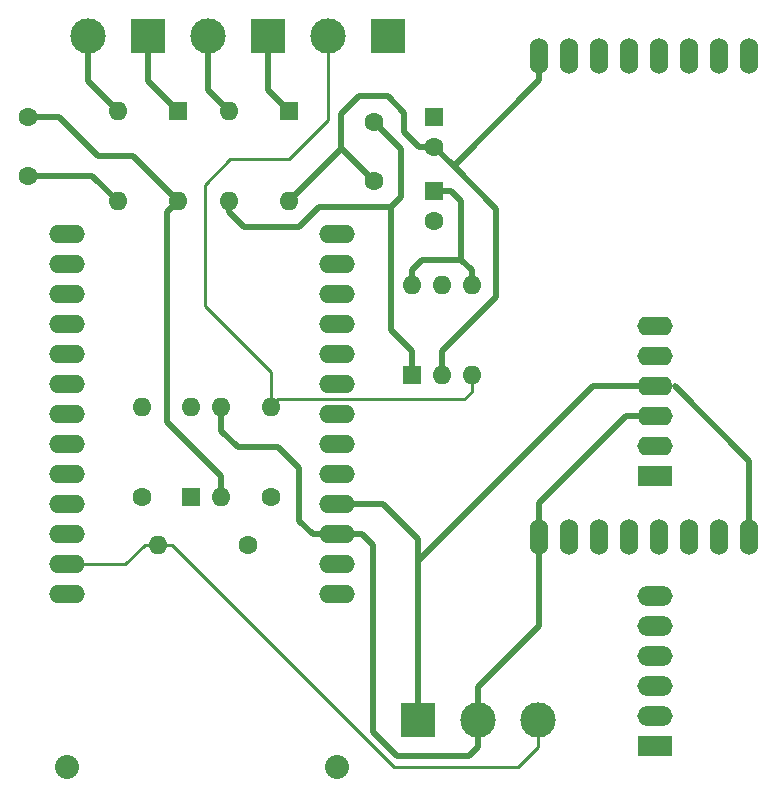
<source format=gtl>
G04 #@! TF.GenerationSoftware,KiCad,Pcbnew,5.1.10-88a1d61d58~90~ubuntu20.04.1*
G04 #@! TF.CreationDate,2021-07-14T18:43:21+02:00*
G04 #@! TF.ProjectId,master-wt32-eth01,6d617374-6572-42d7-9774-33322d657468,rev?*
G04 #@! TF.SameCoordinates,PX3a22d00PY8062360*
G04 #@! TF.FileFunction,Copper,L1,Top*
G04 #@! TF.FilePolarity,Positive*
%FSLAX46Y46*%
G04 Gerber Fmt 4.6, Leading zero omitted, Abs format (unit mm)*
G04 Created by KiCad (PCBNEW 5.1.10-88a1d61d58~90~ubuntu20.04.1) date 2021-07-14 18:43:21*
%MOMM*%
%LPD*%
G01*
G04 APERTURE LIST*
G04 #@! TA.AperFunction,ComponentPad*
%ADD10O,1.524000X3.048000*%
G04 #@! TD*
G04 #@! TA.AperFunction,ComponentPad*
%ADD11O,3.048000X1.524000*%
G04 #@! TD*
G04 #@! TA.AperFunction,ComponentPad*
%ADD12C,2.032000*%
G04 #@! TD*
G04 #@! TA.AperFunction,ComponentPad*
%ADD13R,1.600000X1.600000*%
G04 #@! TD*
G04 #@! TA.AperFunction,ComponentPad*
%ADD14O,1.600000X1.600000*%
G04 #@! TD*
G04 #@! TA.AperFunction,ComponentPad*
%ADD15C,1.600000*%
G04 #@! TD*
G04 #@! TA.AperFunction,ComponentPad*
%ADD16C,3.000000*%
G04 #@! TD*
G04 #@! TA.AperFunction,ComponentPad*
%ADD17R,3.000000X3.000000*%
G04 #@! TD*
G04 #@! TA.AperFunction,ComponentPad*
%ADD18O,3.000000X1.700000*%
G04 #@! TD*
G04 #@! TA.AperFunction,ComponentPad*
%ADD19R,3.000000X1.700000*%
G04 #@! TD*
G04 #@! TA.AperFunction,ComponentPad*
%ADD20O,3.000000X1.600000*%
G04 #@! TD*
G04 #@! TA.AperFunction,Conductor*
%ADD21C,0.500000*%
G04 #@! TD*
G04 #@! TA.AperFunction,Conductor*
%ADD22C,0.250000*%
G04 #@! TD*
G04 APERTURE END LIST*
D10*
X115062000Y-104267000D03*
X117602000Y-104267000D03*
X120142000Y-104267000D03*
X122682000Y-104267000D03*
X125222000Y-104267000D03*
X127762000Y-104267000D03*
X115062000Y-63500000D03*
X117602000Y-63500000D03*
X120142000Y-63500000D03*
X122682000Y-63500000D03*
X125222000Y-63500000D03*
X127762000Y-63500000D03*
X130302000Y-104267000D03*
X112522000Y-104267000D03*
X112522000Y-63500000D03*
X130302000Y-63500000D03*
D11*
X72517000Y-109093000D03*
X72517000Y-78613000D03*
X72517000Y-81153000D03*
X72517000Y-83693000D03*
X72517000Y-86233000D03*
X72517000Y-88773000D03*
X72517000Y-91313000D03*
X72517000Y-93853000D03*
X72517000Y-96393000D03*
X72517000Y-98933000D03*
X72517000Y-101473000D03*
X72517000Y-104013000D03*
X72517000Y-106553000D03*
X95377000Y-109093000D03*
X95377000Y-106553000D03*
X95377000Y-104013000D03*
X95377000Y-101473000D03*
X95377000Y-98933000D03*
X95377000Y-96393000D03*
X95377000Y-93853000D03*
X95377000Y-91313000D03*
X95377000Y-88773000D03*
X95377000Y-86233000D03*
X95377000Y-83693000D03*
X95377000Y-81153000D03*
X95377000Y-78613000D03*
D12*
X95377000Y-123698000D03*
X72517000Y-123698000D03*
D13*
X91313000Y-68199000D03*
D14*
X86233000Y-75819000D03*
X86233000Y-68199000D03*
X91313000Y-75819000D03*
D13*
X81915000Y-68199000D03*
D14*
X76835000Y-75819000D03*
X76835000Y-68199000D03*
X81915000Y-75819000D03*
D15*
X98552000Y-74088000D03*
X98552000Y-69088000D03*
X69215000Y-68660000D03*
X69215000Y-73660000D03*
X103632000Y-71207000D03*
D13*
X103632000Y-68707000D03*
D15*
X103632000Y-77430000D03*
D13*
X103632000Y-74930000D03*
D14*
X78867000Y-93218000D03*
D15*
X78867000Y-100838000D03*
D14*
X83058000Y-93218000D03*
X85598000Y-100838000D03*
X85598000Y-93218000D03*
D13*
X83058000Y-100838000D03*
D14*
X89789000Y-93218000D03*
D15*
X89789000Y-100838000D03*
D14*
X101727000Y-82931000D03*
X106807000Y-90551000D03*
X104267000Y-82931000D03*
X104267000Y-90551000D03*
X106807000Y-82931000D03*
D13*
X101727000Y-90551000D03*
D16*
X94615000Y-61849000D03*
D17*
X99695000Y-61849000D03*
D14*
X80264000Y-104902000D03*
D15*
X87884000Y-104902000D03*
D16*
X112395000Y-119761000D03*
X107315000Y-119761000D03*
D17*
X102235000Y-119761000D03*
D16*
X84455000Y-61849000D03*
D17*
X89535000Y-61849000D03*
D16*
X74295000Y-61849000D03*
D17*
X79375000Y-61849000D03*
D18*
X122301000Y-109220000D03*
X122301000Y-111760000D03*
X122301000Y-114300000D03*
X122301000Y-116840000D03*
X122301000Y-119380000D03*
D19*
X122301000Y-121920000D03*
D20*
X122301000Y-86360000D03*
X122301000Y-88900000D03*
X122301000Y-91440000D03*
X122301000Y-93980000D03*
X122301000Y-96520000D03*
D19*
X122301000Y-99060000D03*
D21*
X106807000Y-81661000D02*
X106807000Y-82931000D01*
X105918000Y-80772000D02*
X106807000Y-81661000D01*
X102616000Y-80772000D02*
X105918000Y-80772000D01*
X101727000Y-81661000D02*
X102616000Y-80772000D01*
X101727000Y-82931000D02*
X101727000Y-81661000D01*
X105918000Y-75819000D02*
X105918000Y-80772000D01*
X105029000Y-74930000D02*
X105918000Y-75819000D01*
X103632000Y-74930000D02*
X105029000Y-74930000D01*
X74676000Y-73660000D02*
X76835000Y-75819000D01*
X69215000Y-73660000D02*
X74676000Y-73660000D01*
X85598000Y-99060000D02*
X81026000Y-94488000D01*
X85598000Y-100838000D02*
X85598000Y-99060000D01*
X69215000Y-68660000D02*
X71835000Y-68660000D01*
X71835000Y-68660000D02*
X75184000Y-72009000D01*
X78105000Y-72009000D02*
X81915000Y-75819000D01*
X75184000Y-72009000D02*
X78105000Y-72009000D01*
X81026000Y-76708000D02*
X81915000Y-75819000D01*
X81026000Y-94488000D02*
X81026000Y-76708000D01*
X123970300Y-91440000D02*
X130302000Y-97771700D01*
X130302000Y-97771700D02*
X130302000Y-104267000D01*
X102235000Y-119761000D02*
X102235000Y-106256700D01*
X99314000Y-101473000D02*
X95377000Y-101473000D01*
X102235000Y-104394000D02*
X99314000Y-101473000D01*
X102235000Y-106256700D02*
X102235000Y-104394000D01*
X117051700Y-91440000D02*
X116628350Y-91863350D01*
X122301000Y-91440000D02*
X117051700Y-91440000D01*
X102235000Y-106256700D02*
X116628350Y-91863350D01*
X85598000Y-93218000D02*
X85598000Y-95250000D01*
X85598000Y-95250000D02*
X86995000Y-96647000D01*
X86995000Y-96647000D02*
X90424000Y-96647000D01*
X90424000Y-96647000D02*
X92202000Y-98425000D01*
X93353000Y-104013000D02*
X95377000Y-104013000D01*
X92202000Y-102862000D02*
X93353000Y-104013000D01*
X92202000Y-98425000D02*
X92202000Y-102862000D01*
X107315000Y-116967000D02*
X107315000Y-119761000D01*
X112522000Y-111760000D02*
X107315000Y-116967000D01*
X112522000Y-104267000D02*
X112522000Y-111760000D01*
X97536000Y-104013000D02*
X95377000Y-104013000D01*
X98425000Y-104902000D02*
X97536000Y-104013000D01*
X98425000Y-120777000D02*
X98425000Y-104902000D01*
X100457000Y-122809000D02*
X98425000Y-120777000D01*
X106553000Y-122809000D02*
X100457000Y-122809000D01*
X107315000Y-122047000D02*
X106553000Y-122809000D01*
X107315000Y-119761000D02*
X107315000Y-122047000D01*
X112522000Y-101327700D02*
X112522000Y-104267000D01*
X119869700Y-93980000D02*
X112522000Y-101327700D01*
X122301000Y-93980000D02*
X119869700Y-93980000D01*
D22*
X79676400Y-104902000D02*
X80264000Y-104902000D01*
X79676400Y-104902000D02*
X79088700Y-104902000D01*
X79088700Y-104902000D02*
X77437700Y-106553000D01*
X77437700Y-106553000D02*
X72517000Y-106553000D01*
X112395000Y-122047000D02*
X112395000Y-119761000D01*
X110744000Y-123698000D02*
X112395000Y-122047000D01*
X81439300Y-104902000D02*
X100235300Y-123698000D01*
X100235300Y-123698000D02*
X110744000Y-123698000D01*
X80264000Y-104902000D02*
X81439300Y-104902000D01*
X90424000Y-92583000D02*
X89789000Y-93218000D01*
X106172000Y-92583000D02*
X90424000Y-92583000D01*
X106807000Y-91948000D02*
X106172000Y-92583000D01*
X106807000Y-90551000D02*
X106807000Y-91948000D01*
X89789000Y-90297000D02*
X89789000Y-92583000D01*
X84201000Y-84709000D02*
X89789000Y-90297000D01*
X89789000Y-92583000D02*
X89789000Y-93218000D01*
X84201000Y-74422000D02*
X84201000Y-84709000D01*
X86360000Y-72263000D02*
X84201000Y-74422000D01*
X91313000Y-72263000D02*
X86360000Y-72263000D01*
X94615000Y-68961000D02*
X91313000Y-72263000D01*
X94615000Y-61849000D02*
X94615000Y-68961000D01*
D21*
X105260700Y-72835600D02*
X103632000Y-71207000D01*
X112522000Y-65574300D02*
X105260700Y-72835600D01*
X112522000Y-63500000D02*
X112522000Y-65574300D01*
X108839000Y-76413900D02*
X105260700Y-72835600D01*
X104267000Y-88519000D02*
X108839000Y-83947000D01*
X108839000Y-83947000D02*
X108839000Y-76413900D01*
X104267000Y-90551000D02*
X104267000Y-88519000D01*
X95758000Y-71374000D02*
X91313000Y-75819000D01*
X95758000Y-68453000D02*
X95758000Y-71374000D01*
X97282000Y-66929000D02*
X95758000Y-68453000D01*
X99695000Y-66929000D02*
X97282000Y-66929000D01*
X101092000Y-68326000D02*
X99695000Y-66929000D01*
X101092000Y-69977000D02*
X101092000Y-68326000D01*
X102322000Y-71207000D02*
X101092000Y-69977000D01*
X103632000Y-71207000D02*
X102322000Y-71207000D01*
X95838000Y-71374000D02*
X95758000Y-71374000D01*
X98552000Y-74088000D02*
X95838000Y-71374000D01*
X100838000Y-71374000D02*
X98552000Y-69088000D01*
X100838000Y-75399500D02*
X100838000Y-71374000D01*
X99920500Y-76317000D02*
X100838000Y-75399500D01*
X99920500Y-86712500D02*
X99920500Y-76317000D01*
X101727000Y-88519000D02*
X99920500Y-86712500D01*
X101727000Y-90551000D02*
X101727000Y-88519000D01*
X93863000Y-76317000D02*
X99920500Y-76317000D01*
X92202000Y-77978000D02*
X93863000Y-76317000D01*
X87503000Y-77978000D02*
X92202000Y-77978000D01*
X86233000Y-76708000D02*
X87503000Y-77978000D01*
X86233000Y-75819000D02*
X86233000Y-76708000D01*
X79375000Y-65659000D02*
X81915000Y-68199000D01*
X79375000Y-61849000D02*
X79375000Y-65659000D01*
X74295000Y-65659000D02*
X76835000Y-68199000D01*
X74295000Y-61849000D02*
X74295000Y-65659000D01*
X89535000Y-66421000D02*
X91313000Y-68199000D01*
X89535000Y-61849000D02*
X89535000Y-66421000D01*
X84455000Y-66421000D02*
X86233000Y-68199000D01*
X84455000Y-61849000D02*
X84455000Y-66421000D01*
M02*

</source>
